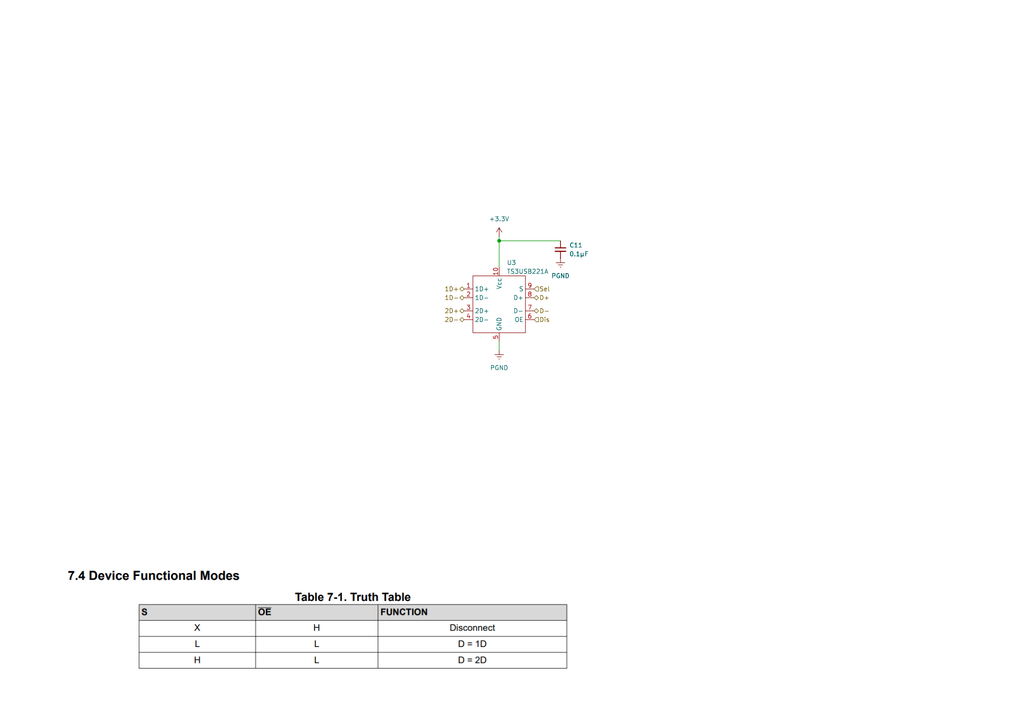
<source format=kicad_sch>
(kicad_sch (version 20231120) (generator "eeschema") (generator_version "8.0")
  (paper "A4")
  (title_block (title "USB-C switch") (company "Pips Engineering") (comment 1 "https://pips.engineering") (comment 3 "USB D+/D- switch between BMS and MCU"))
  (lib_symbols
    (symbol "BQ25895-accurate:PGND" (power) (pin_numbers hide) (pin_names hide) (in_bom no) (on_board no)
      (property "Value" "PGND" (at 0 -3.302 0))
      (symbol "PGND_0_1"
        (polyline (pts (xy -0.635 -1.905) (xy 0.635 -1.905)))
        (polyline (pts (xy -0.127 -2.54) (xy 0.127 -2.54)))
        (polyline (pts (xy 0 -1.27) (xy 0 0)))
        (polyline (pts (xy 1.27 -1.27) (xy -1.27 -1.27)))
      )
      (symbol "PGND_1_1"
        (pin power_in line (at 0 0 270) (length 0) (name "~") (number ""))
      )
    )
    (symbol "Device:C_Small" (pin_numbers hide) (pin_names (offset 0.254) hide)
      (property "Reference" "C" (at 0.254 1.778 0))
      (property "Value" "C_Small" (at 0.254 -2.032 0))
      (symbol "C_Small_0_1"
        (polyline (pts (xy -1.524 -0.508) (xy 1.524 -0.508)) (stroke (width 0.3302)))
        (polyline (pts (xy -1.524 0.508) (xy 1.524 0.508)) (stroke (width 0.3048)))
      )
      (symbol "C_Small_1_1"
        (pin passive line (at 0 2.54 270) (length 2.032) (name "~") (number "1"))
        (pin passive line (at 0 -2.54 90) (length 2.032) (name "~") (number "2"))
      )
    )
    (symbol "TS3USB221A:TS3USB221A-Alt"
      (property "Reference" "U" (at 4.826 6.35 0))
      (symbol "TS3USB221A-Alt_0_1"
        (rectangle (start -7.62 1.27) (end 7.62 -15.24))
      )
      (symbol "TS3USB221A-Alt_1_1"
        (pin bidirectional line (at -10.16 -2.54 0) (length 2.54) (name "1D+") (number "1"))
        (pin power_in line (at 0 3.81 270) (length 2.54) (name "Vcc") (number "10"))
        (pin bidirectional line (at -10.16 -5.08 0) (length 2.54) (name "1D-") (number "2"))
        (pin bidirectional line (at -10.16 -8.89 0) (length 2.54) (name "2D+") (number "3"))
        (pin bidirectional line (at -10.16 -11.43 0) (length 2.54) (name "2D-") (number "4"))
        (pin power_out line (at 0 -17.78 90) (length 2.54) (name "GND") (number "5"))
        (pin bidirectional line (at 10.16 -11.43 180) (length 2.54) (name "OE") (number "6"))
        (pin bidirectional line (at 10.16 -8.89 180) (length 2.54) (name "D-") (number "7"))
        (pin bidirectional line (at 10.16 -5.08 180) (length 2.54) (name "D+") (number "8"))
        (pin bidirectional line (at 10.16 -2.54 180) (length 2.54) (name "S") (number "9"))
      )
    )
    (symbol "power:+3.3V" (power) (pin_numbers hide) (pin_names (offset 0) hide)
      (property "Value" "+3.3V" (at 0 3.556 0))
      (symbol "+3.3V_0_1"
        (polyline (pts (xy -0.762 1.27) (xy 0 2.54)))
        (polyline (pts (xy 0 0) (xy 0 2.54)))
        (polyline (pts (xy 0 2.54) (xy 0.762 1.27)))
      )
      (symbol "+3.3V_1_1"
        (pin power_in line (at 0 0 90) (length 0) (name "~") (number "1"))
      )
    )
  )
  (junction (at 144.78 69.85))
  (wire (pts (xy 144.78 69.85) (xy 162.56 69.85)))
  (wire (pts (xy 144.78 69.85) (xy 144.78 77.47)))
  (wire (pts (xy 144.78 68.58) (xy 144.78 69.85)))
  (wire (pts (xy 144.78 101.6) (xy 144.78 99.06)))
  (image (at 92.71 180.34) (scale 0.525796))
  (hierarchical_label "Sel" (shape input) (at 154.94 83.82 0))
  (hierarchical_label "2D-" (shape bidirectional) (at 134.62 92.71 180))
  (hierarchical_label "2D+" (shape bidirectional) (at 134.62 90.17 180))
  (hierarchical_label "D-" (shape bidirectional) (at 154.94 90.17 0))
  (hierarchical_label "1D+" (shape bidirectional) (at 134.62 83.82 180))
  (hierarchical_label "1D-" (shape bidirectional) (at 134.62 86.36 180))
  (hierarchical_label "Dis" (shape input) (at 154.94 92.71 0))
  (hierarchical_label "D+" (shape bidirectional) (at 154.94 86.36 0))
  (symbol (lib_id "power:+3.3V") (at 144.78 68.58 0) (unit 1)
    (property "Reference" "#PWR025" (effects (hide yes)))
    (property "Value" "+3.3V" (at 144.78 63.5 0))
    (property "Description" "Power symbol creates a global label with name \"+3.3V\"" (effects (hide yes)))
  )
  (symbol (lib_id "BQ25895-accurate:PGND") (at 162.56 74.93 0) (unit 1) (in_bom no) (on_board no)
    (property "Reference" "#PWR026" (effects (hide yes)))
    (property "Value" "PGND" (at 162.56 80.01 0))
  )
  (symbol (lib_id "Device:C_Small") (at 162.56 72.39 0) (unit 1)
    (property "Reference" "C11" (at 165.1 71.1262 0) (effects (justify left)))
    (property "Value" "0.1μF" (at 165.1 73.6662 0) (effects (justify left)))
    (property "Footprint" "Capacitor_SMD:C_0402_1005Metric" (effects (hide yes)))
    (property "Description" "Unpolarized capacitor, small symbol" (effects (hide yes)))
  )
  (symbol (lib_id "TS3USB221A:TS3USB221A-Alt") (at 144.78 81.28 0) (unit 1)
    (property "Reference" "U3" (at 146.9741 76.2 0) (effects (justify left)))
    (property "Value" "TS3USB221A" (at 146.9741 78.74 0) (effects (justify left)))
    (property "Footprint" "TS3USB221A:QFN-10-RSE" (effects (hide yes)))
    (property "Datasheet" "https://www.ti.com/lit/ds/symlink/ts3usb221a.pdf" (effects (hide yes)))
    (property "JLCPCB Part #" "C128396" (effects (hide yes)))
    (property "LCSC Part #" "C128396" (effects (hide yes)))
  )
  (symbol (lib_id "BQ25895-accurate:PGND") (at 144.78 101.6 0) (unit 1) (in_bom no) (on_board no)
    (property "Reference" "#PWR027" (effects (hide yes)))
    (property "Value" "PGND" (at 144.78 106.68 0))
  )
)
</source>
